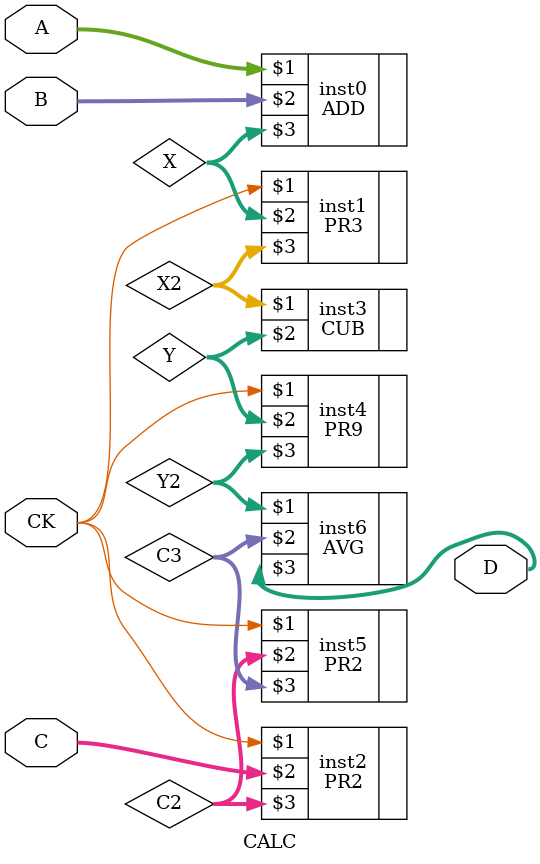
<source format=v>
`include "add.v"
`include "cub.v"
`include "average.v"
`include "pipeline_registers.v"

module CALC(A,
            B,
            C,
            CK,
            D,
            );
    input [1:0] A;
    input [1:0] B;
    input [1:0] C;
    input CK;
    output [8:0] D;
    wire [2:0] X, X2;
    wire [1:0] C2, C3;
    wire [8:0] Y, Y2;
    
    ADD inst0 (A, B, X);
    PR3 inst1 (CK, X, X2);
    PR2 inst2 (CK, C, C2);
    CUB inst3 (X2, Y);
    PR9 inst4 (CK, Y, Y2);
    PR2 inst5 (CK, C2, C3);
    AVG inst6 (Y2, C3, D);
endmodule

</source>
